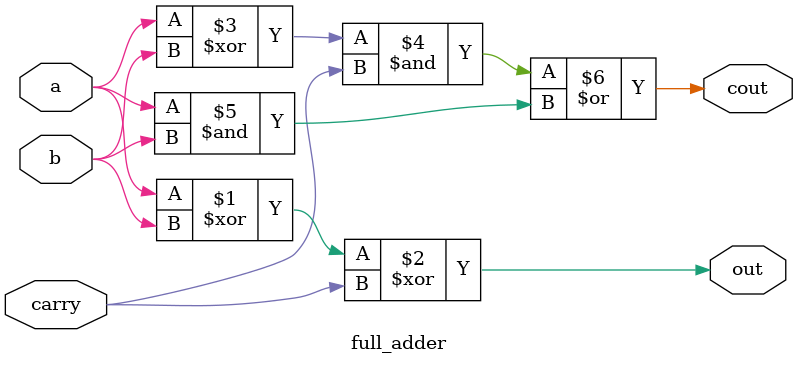
<source format=v>
module full_adder(input a, input b, input carry, output out, output cout);
	assign out = a ^ b ^ carry;
	assign cout = ((a ^ b) & carry) | (a & b);
endmodule
</source>
